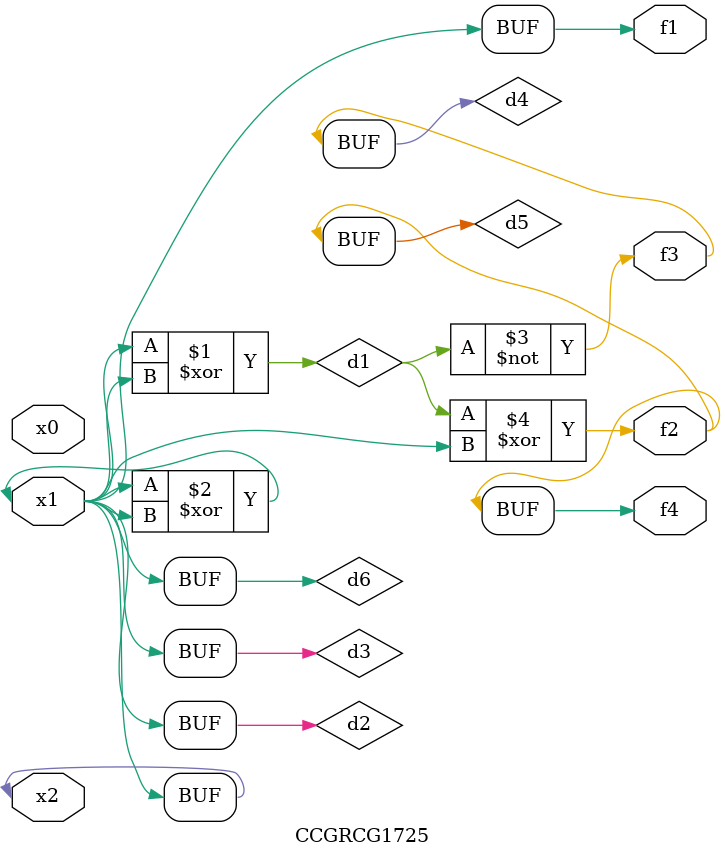
<source format=v>
module CCGRCG1725(
	input x0, x1, x2,
	output f1, f2, f3, f4
);

	wire d1, d2, d3, d4, d5, d6;

	xor (d1, x1, x2);
	buf (d2, x1, x2);
	xor (d3, x1, x2);
	nor (d4, d1);
	xor (d5, d1, d2);
	buf (d6, d2, d3);
	assign f1 = d6;
	assign f2 = d5;
	assign f3 = d4;
	assign f4 = d5;
endmodule

</source>
